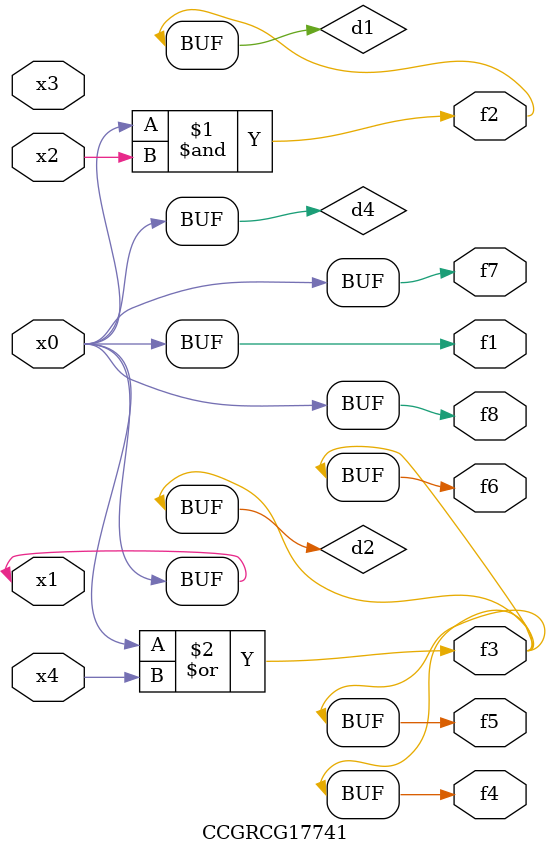
<source format=v>
module CCGRCG17741(
	input x0, x1, x2, x3, x4,
	output f1, f2, f3, f4, f5, f6, f7, f8
);

	wire d1, d2, d3, d4;

	and (d1, x0, x2);
	or (d2, x0, x4);
	nand (d3, x0, x2);
	buf (d4, x0, x1);
	assign f1 = d4;
	assign f2 = d1;
	assign f3 = d2;
	assign f4 = d2;
	assign f5 = d2;
	assign f6 = d2;
	assign f7 = d4;
	assign f8 = d4;
endmodule

</source>
